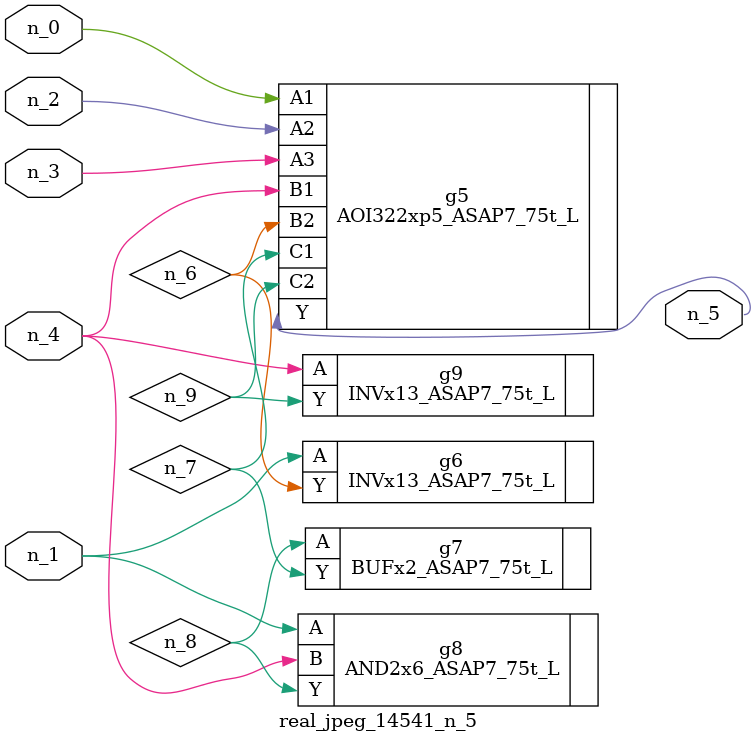
<source format=v>
module real_jpeg_14541_n_5 (n_4, n_0, n_1, n_2, n_3, n_5);

input n_4;
input n_0;
input n_1;
input n_2;
input n_3;

output n_5;

wire n_8;
wire n_6;
wire n_7;
wire n_9;

AOI322xp5_ASAP7_75t_L g5 ( 
.A1(n_0),
.A2(n_2),
.A3(n_3),
.B1(n_4),
.B2(n_6),
.C1(n_7),
.C2(n_9),
.Y(n_5)
);

INVx13_ASAP7_75t_L g6 ( 
.A(n_1),
.Y(n_6)
);

AND2x6_ASAP7_75t_L g8 ( 
.A(n_1),
.B(n_4),
.Y(n_8)
);

INVx13_ASAP7_75t_L g9 ( 
.A(n_4),
.Y(n_9)
);

BUFx2_ASAP7_75t_L g7 ( 
.A(n_8),
.Y(n_7)
);


endmodule
</source>
